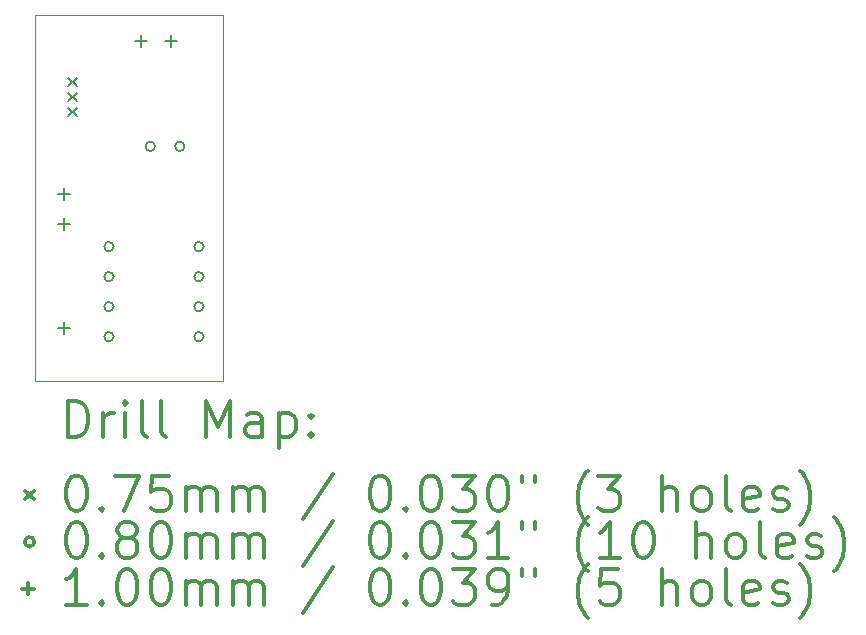
<source format=gbr>
%FSLAX45Y45*%
G04 Gerber Fmt 4.5, Leading zero omitted, Abs format (unit mm)*
G04 Created by KiCad (PCBNEW (5.1.7)-1) date 2021-09-28 11:43:36*
%MOMM*%
%LPD*%
G01*
G04 APERTURE LIST*
%TA.AperFunction,Profile*%
%ADD10C,0.050000*%
%TD*%
%ADD11C,0.200000*%
%ADD12C,0.300000*%
G04 APERTURE END LIST*
D10*
X11000000Y-4200000D02*
X11000000Y-7300000D01*
X12600000Y-4200000D02*
X11000000Y-4200000D01*
X12600000Y-7300000D02*
X12600000Y-4200000D01*
X11000000Y-7300000D02*
X12600000Y-7300000D01*
D11*
X11282500Y-4728500D02*
X11357500Y-4803500D01*
X11357500Y-4728500D02*
X11282500Y-4803500D01*
X11282500Y-4855500D02*
X11357500Y-4930500D01*
X11357500Y-4855500D02*
X11282500Y-4930500D01*
X11282500Y-4982500D02*
X11357500Y-5057500D01*
X11357500Y-4982500D02*
X11282500Y-5057500D01*
X11670000Y-6160000D02*
G75*
G03*
X11670000Y-6160000I-40000J0D01*
G01*
X11670000Y-6414000D02*
G75*
G03*
X11670000Y-6414000I-40000J0D01*
G01*
X11670000Y-6668000D02*
G75*
G03*
X11670000Y-6668000I-40000J0D01*
G01*
X11670000Y-6922000D02*
G75*
G03*
X11670000Y-6922000I-40000J0D01*
G01*
X12432000Y-6160000D02*
G75*
G03*
X12432000Y-6160000I-40000J0D01*
G01*
X12432000Y-6414000D02*
G75*
G03*
X12432000Y-6414000I-40000J0D01*
G01*
X12432000Y-6668000D02*
G75*
G03*
X12432000Y-6668000I-40000J0D01*
G01*
X12432000Y-6922000D02*
G75*
G03*
X12432000Y-6922000I-40000J0D01*
G01*
X12020000Y-5310000D02*
G75*
G03*
X12020000Y-5310000I-40000J0D01*
G01*
X12270000Y-5310000D02*
G75*
G03*
X12270000Y-5310000I-40000J0D01*
G01*
X11250000Y-6800000D02*
X11250000Y-6900000D01*
X11200000Y-6850000D02*
X11300000Y-6850000D01*
X11900000Y-4370000D02*
X11900000Y-4470000D01*
X11850000Y-4420000D02*
X11950000Y-4420000D01*
X12154000Y-4370000D02*
X12154000Y-4470000D01*
X12104000Y-4420000D02*
X12204000Y-4420000D01*
X11250000Y-5666000D02*
X11250000Y-5766000D01*
X11200000Y-5716000D02*
X11300000Y-5716000D01*
X11250000Y-5920000D02*
X11250000Y-6020000D01*
X11200000Y-5970000D02*
X11300000Y-5970000D01*
D12*
X11283928Y-7768214D02*
X11283928Y-7468214D01*
X11355357Y-7468214D01*
X11398214Y-7482500D01*
X11426786Y-7511071D01*
X11441071Y-7539643D01*
X11455357Y-7596786D01*
X11455357Y-7639643D01*
X11441071Y-7696786D01*
X11426786Y-7725357D01*
X11398214Y-7753929D01*
X11355357Y-7768214D01*
X11283928Y-7768214D01*
X11583928Y-7768214D02*
X11583928Y-7568214D01*
X11583928Y-7625357D02*
X11598214Y-7596786D01*
X11612500Y-7582500D01*
X11641071Y-7568214D01*
X11669643Y-7568214D01*
X11769643Y-7768214D02*
X11769643Y-7568214D01*
X11769643Y-7468214D02*
X11755357Y-7482500D01*
X11769643Y-7496786D01*
X11783928Y-7482500D01*
X11769643Y-7468214D01*
X11769643Y-7496786D01*
X11955357Y-7768214D02*
X11926786Y-7753929D01*
X11912500Y-7725357D01*
X11912500Y-7468214D01*
X12112500Y-7768214D02*
X12083928Y-7753929D01*
X12069643Y-7725357D01*
X12069643Y-7468214D01*
X12455357Y-7768214D02*
X12455357Y-7468214D01*
X12555357Y-7682500D01*
X12655357Y-7468214D01*
X12655357Y-7768214D01*
X12926786Y-7768214D02*
X12926786Y-7611071D01*
X12912500Y-7582500D01*
X12883928Y-7568214D01*
X12826786Y-7568214D01*
X12798214Y-7582500D01*
X12926786Y-7753929D02*
X12898214Y-7768214D01*
X12826786Y-7768214D01*
X12798214Y-7753929D01*
X12783928Y-7725357D01*
X12783928Y-7696786D01*
X12798214Y-7668214D01*
X12826786Y-7653929D01*
X12898214Y-7653929D01*
X12926786Y-7639643D01*
X13069643Y-7568214D02*
X13069643Y-7868214D01*
X13069643Y-7582500D02*
X13098214Y-7568214D01*
X13155357Y-7568214D01*
X13183928Y-7582500D01*
X13198214Y-7596786D01*
X13212500Y-7625357D01*
X13212500Y-7711071D01*
X13198214Y-7739643D01*
X13183928Y-7753929D01*
X13155357Y-7768214D01*
X13098214Y-7768214D01*
X13069643Y-7753929D01*
X13341071Y-7739643D02*
X13355357Y-7753929D01*
X13341071Y-7768214D01*
X13326786Y-7753929D01*
X13341071Y-7739643D01*
X13341071Y-7768214D01*
X13341071Y-7582500D02*
X13355357Y-7596786D01*
X13341071Y-7611071D01*
X13326786Y-7596786D01*
X13341071Y-7582500D01*
X13341071Y-7611071D01*
X10922500Y-8225000D02*
X10997500Y-8300000D01*
X10997500Y-8225000D02*
X10922500Y-8300000D01*
X11341071Y-8098214D02*
X11369643Y-8098214D01*
X11398214Y-8112500D01*
X11412500Y-8126786D01*
X11426786Y-8155357D01*
X11441071Y-8212500D01*
X11441071Y-8283929D01*
X11426786Y-8341071D01*
X11412500Y-8369643D01*
X11398214Y-8383929D01*
X11369643Y-8398214D01*
X11341071Y-8398214D01*
X11312500Y-8383929D01*
X11298214Y-8369643D01*
X11283928Y-8341071D01*
X11269643Y-8283929D01*
X11269643Y-8212500D01*
X11283928Y-8155357D01*
X11298214Y-8126786D01*
X11312500Y-8112500D01*
X11341071Y-8098214D01*
X11569643Y-8369643D02*
X11583928Y-8383929D01*
X11569643Y-8398214D01*
X11555357Y-8383929D01*
X11569643Y-8369643D01*
X11569643Y-8398214D01*
X11683928Y-8098214D02*
X11883928Y-8098214D01*
X11755357Y-8398214D01*
X12141071Y-8098214D02*
X11998214Y-8098214D01*
X11983928Y-8241071D01*
X11998214Y-8226786D01*
X12026786Y-8212500D01*
X12098214Y-8212500D01*
X12126786Y-8226786D01*
X12141071Y-8241071D01*
X12155357Y-8269643D01*
X12155357Y-8341071D01*
X12141071Y-8369643D01*
X12126786Y-8383929D01*
X12098214Y-8398214D01*
X12026786Y-8398214D01*
X11998214Y-8383929D01*
X11983928Y-8369643D01*
X12283928Y-8398214D02*
X12283928Y-8198214D01*
X12283928Y-8226786D02*
X12298214Y-8212500D01*
X12326786Y-8198214D01*
X12369643Y-8198214D01*
X12398214Y-8212500D01*
X12412500Y-8241071D01*
X12412500Y-8398214D01*
X12412500Y-8241071D02*
X12426786Y-8212500D01*
X12455357Y-8198214D01*
X12498214Y-8198214D01*
X12526786Y-8212500D01*
X12541071Y-8241071D01*
X12541071Y-8398214D01*
X12683928Y-8398214D02*
X12683928Y-8198214D01*
X12683928Y-8226786D02*
X12698214Y-8212500D01*
X12726786Y-8198214D01*
X12769643Y-8198214D01*
X12798214Y-8212500D01*
X12812500Y-8241071D01*
X12812500Y-8398214D01*
X12812500Y-8241071D02*
X12826786Y-8212500D01*
X12855357Y-8198214D01*
X12898214Y-8198214D01*
X12926786Y-8212500D01*
X12941071Y-8241071D01*
X12941071Y-8398214D01*
X13526786Y-8083929D02*
X13269643Y-8469643D01*
X13912500Y-8098214D02*
X13941071Y-8098214D01*
X13969643Y-8112500D01*
X13983928Y-8126786D01*
X13998214Y-8155357D01*
X14012500Y-8212500D01*
X14012500Y-8283929D01*
X13998214Y-8341071D01*
X13983928Y-8369643D01*
X13969643Y-8383929D01*
X13941071Y-8398214D01*
X13912500Y-8398214D01*
X13883928Y-8383929D01*
X13869643Y-8369643D01*
X13855357Y-8341071D01*
X13841071Y-8283929D01*
X13841071Y-8212500D01*
X13855357Y-8155357D01*
X13869643Y-8126786D01*
X13883928Y-8112500D01*
X13912500Y-8098214D01*
X14141071Y-8369643D02*
X14155357Y-8383929D01*
X14141071Y-8398214D01*
X14126786Y-8383929D01*
X14141071Y-8369643D01*
X14141071Y-8398214D01*
X14341071Y-8098214D02*
X14369643Y-8098214D01*
X14398214Y-8112500D01*
X14412500Y-8126786D01*
X14426786Y-8155357D01*
X14441071Y-8212500D01*
X14441071Y-8283929D01*
X14426786Y-8341071D01*
X14412500Y-8369643D01*
X14398214Y-8383929D01*
X14369643Y-8398214D01*
X14341071Y-8398214D01*
X14312500Y-8383929D01*
X14298214Y-8369643D01*
X14283928Y-8341071D01*
X14269643Y-8283929D01*
X14269643Y-8212500D01*
X14283928Y-8155357D01*
X14298214Y-8126786D01*
X14312500Y-8112500D01*
X14341071Y-8098214D01*
X14541071Y-8098214D02*
X14726786Y-8098214D01*
X14626786Y-8212500D01*
X14669643Y-8212500D01*
X14698214Y-8226786D01*
X14712500Y-8241071D01*
X14726786Y-8269643D01*
X14726786Y-8341071D01*
X14712500Y-8369643D01*
X14698214Y-8383929D01*
X14669643Y-8398214D01*
X14583928Y-8398214D01*
X14555357Y-8383929D01*
X14541071Y-8369643D01*
X14912500Y-8098214D02*
X14941071Y-8098214D01*
X14969643Y-8112500D01*
X14983928Y-8126786D01*
X14998214Y-8155357D01*
X15012500Y-8212500D01*
X15012500Y-8283929D01*
X14998214Y-8341071D01*
X14983928Y-8369643D01*
X14969643Y-8383929D01*
X14941071Y-8398214D01*
X14912500Y-8398214D01*
X14883928Y-8383929D01*
X14869643Y-8369643D01*
X14855357Y-8341071D01*
X14841071Y-8283929D01*
X14841071Y-8212500D01*
X14855357Y-8155357D01*
X14869643Y-8126786D01*
X14883928Y-8112500D01*
X14912500Y-8098214D01*
X15126786Y-8098214D02*
X15126786Y-8155357D01*
X15241071Y-8098214D02*
X15241071Y-8155357D01*
X15683928Y-8512500D02*
X15669643Y-8498214D01*
X15641071Y-8455357D01*
X15626786Y-8426786D01*
X15612500Y-8383929D01*
X15598214Y-8312500D01*
X15598214Y-8255357D01*
X15612500Y-8183929D01*
X15626786Y-8141071D01*
X15641071Y-8112500D01*
X15669643Y-8069643D01*
X15683928Y-8055357D01*
X15769643Y-8098214D02*
X15955357Y-8098214D01*
X15855357Y-8212500D01*
X15898214Y-8212500D01*
X15926786Y-8226786D01*
X15941071Y-8241071D01*
X15955357Y-8269643D01*
X15955357Y-8341071D01*
X15941071Y-8369643D01*
X15926786Y-8383929D01*
X15898214Y-8398214D01*
X15812500Y-8398214D01*
X15783928Y-8383929D01*
X15769643Y-8369643D01*
X16312500Y-8398214D02*
X16312500Y-8098214D01*
X16441071Y-8398214D02*
X16441071Y-8241071D01*
X16426786Y-8212500D01*
X16398214Y-8198214D01*
X16355357Y-8198214D01*
X16326786Y-8212500D01*
X16312500Y-8226786D01*
X16626786Y-8398214D02*
X16598214Y-8383929D01*
X16583928Y-8369643D01*
X16569643Y-8341071D01*
X16569643Y-8255357D01*
X16583928Y-8226786D01*
X16598214Y-8212500D01*
X16626786Y-8198214D01*
X16669643Y-8198214D01*
X16698214Y-8212500D01*
X16712500Y-8226786D01*
X16726786Y-8255357D01*
X16726786Y-8341071D01*
X16712500Y-8369643D01*
X16698214Y-8383929D01*
X16669643Y-8398214D01*
X16626786Y-8398214D01*
X16898214Y-8398214D02*
X16869643Y-8383929D01*
X16855357Y-8355357D01*
X16855357Y-8098214D01*
X17126786Y-8383929D02*
X17098214Y-8398214D01*
X17041071Y-8398214D01*
X17012500Y-8383929D01*
X16998214Y-8355357D01*
X16998214Y-8241071D01*
X17012500Y-8212500D01*
X17041071Y-8198214D01*
X17098214Y-8198214D01*
X17126786Y-8212500D01*
X17141071Y-8241071D01*
X17141071Y-8269643D01*
X16998214Y-8298214D01*
X17255357Y-8383929D02*
X17283928Y-8398214D01*
X17341071Y-8398214D01*
X17369643Y-8383929D01*
X17383928Y-8355357D01*
X17383928Y-8341071D01*
X17369643Y-8312500D01*
X17341071Y-8298214D01*
X17298214Y-8298214D01*
X17269643Y-8283929D01*
X17255357Y-8255357D01*
X17255357Y-8241071D01*
X17269643Y-8212500D01*
X17298214Y-8198214D01*
X17341071Y-8198214D01*
X17369643Y-8212500D01*
X17483928Y-8512500D02*
X17498214Y-8498214D01*
X17526786Y-8455357D01*
X17541071Y-8426786D01*
X17555357Y-8383929D01*
X17569643Y-8312500D01*
X17569643Y-8255357D01*
X17555357Y-8183929D01*
X17541071Y-8141071D01*
X17526786Y-8112500D01*
X17498214Y-8069643D01*
X17483928Y-8055357D01*
X10997500Y-8658500D02*
G75*
G03*
X10997500Y-8658500I-40000J0D01*
G01*
X11341071Y-8494214D02*
X11369643Y-8494214D01*
X11398214Y-8508500D01*
X11412500Y-8522786D01*
X11426786Y-8551357D01*
X11441071Y-8608500D01*
X11441071Y-8679929D01*
X11426786Y-8737072D01*
X11412500Y-8765643D01*
X11398214Y-8779929D01*
X11369643Y-8794214D01*
X11341071Y-8794214D01*
X11312500Y-8779929D01*
X11298214Y-8765643D01*
X11283928Y-8737072D01*
X11269643Y-8679929D01*
X11269643Y-8608500D01*
X11283928Y-8551357D01*
X11298214Y-8522786D01*
X11312500Y-8508500D01*
X11341071Y-8494214D01*
X11569643Y-8765643D02*
X11583928Y-8779929D01*
X11569643Y-8794214D01*
X11555357Y-8779929D01*
X11569643Y-8765643D01*
X11569643Y-8794214D01*
X11755357Y-8622786D02*
X11726786Y-8608500D01*
X11712500Y-8594214D01*
X11698214Y-8565643D01*
X11698214Y-8551357D01*
X11712500Y-8522786D01*
X11726786Y-8508500D01*
X11755357Y-8494214D01*
X11812500Y-8494214D01*
X11841071Y-8508500D01*
X11855357Y-8522786D01*
X11869643Y-8551357D01*
X11869643Y-8565643D01*
X11855357Y-8594214D01*
X11841071Y-8608500D01*
X11812500Y-8622786D01*
X11755357Y-8622786D01*
X11726786Y-8637072D01*
X11712500Y-8651357D01*
X11698214Y-8679929D01*
X11698214Y-8737072D01*
X11712500Y-8765643D01*
X11726786Y-8779929D01*
X11755357Y-8794214D01*
X11812500Y-8794214D01*
X11841071Y-8779929D01*
X11855357Y-8765643D01*
X11869643Y-8737072D01*
X11869643Y-8679929D01*
X11855357Y-8651357D01*
X11841071Y-8637072D01*
X11812500Y-8622786D01*
X12055357Y-8494214D02*
X12083928Y-8494214D01*
X12112500Y-8508500D01*
X12126786Y-8522786D01*
X12141071Y-8551357D01*
X12155357Y-8608500D01*
X12155357Y-8679929D01*
X12141071Y-8737072D01*
X12126786Y-8765643D01*
X12112500Y-8779929D01*
X12083928Y-8794214D01*
X12055357Y-8794214D01*
X12026786Y-8779929D01*
X12012500Y-8765643D01*
X11998214Y-8737072D01*
X11983928Y-8679929D01*
X11983928Y-8608500D01*
X11998214Y-8551357D01*
X12012500Y-8522786D01*
X12026786Y-8508500D01*
X12055357Y-8494214D01*
X12283928Y-8794214D02*
X12283928Y-8594214D01*
X12283928Y-8622786D02*
X12298214Y-8608500D01*
X12326786Y-8594214D01*
X12369643Y-8594214D01*
X12398214Y-8608500D01*
X12412500Y-8637072D01*
X12412500Y-8794214D01*
X12412500Y-8637072D02*
X12426786Y-8608500D01*
X12455357Y-8594214D01*
X12498214Y-8594214D01*
X12526786Y-8608500D01*
X12541071Y-8637072D01*
X12541071Y-8794214D01*
X12683928Y-8794214D02*
X12683928Y-8594214D01*
X12683928Y-8622786D02*
X12698214Y-8608500D01*
X12726786Y-8594214D01*
X12769643Y-8594214D01*
X12798214Y-8608500D01*
X12812500Y-8637072D01*
X12812500Y-8794214D01*
X12812500Y-8637072D02*
X12826786Y-8608500D01*
X12855357Y-8594214D01*
X12898214Y-8594214D01*
X12926786Y-8608500D01*
X12941071Y-8637072D01*
X12941071Y-8794214D01*
X13526786Y-8479929D02*
X13269643Y-8865643D01*
X13912500Y-8494214D02*
X13941071Y-8494214D01*
X13969643Y-8508500D01*
X13983928Y-8522786D01*
X13998214Y-8551357D01*
X14012500Y-8608500D01*
X14012500Y-8679929D01*
X13998214Y-8737072D01*
X13983928Y-8765643D01*
X13969643Y-8779929D01*
X13941071Y-8794214D01*
X13912500Y-8794214D01*
X13883928Y-8779929D01*
X13869643Y-8765643D01*
X13855357Y-8737072D01*
X13841071Y-8679929D01*
X13841071Y-8608500D01*
X13855357Y-8551357D01*
X13869643Y-8522786D01*
X13883928Y-8508500D01*
X13912500Y-8494214D01*
X14141071Y-8765643D02*
X14155357Y-8779929D01*
X14141071Y-8794214D01*
X14126786Y-8779929D01*
X14141071Y-8765643D01*
X14141071Y-8794214D01*
X14341071Y-8494214D02*
X14369643Y-8494214D01*
X14398214Y-8508500D01*
X14412500Y-8522786D01*
X14426786Y-8551357D01*
X14441071Y-8608500D01*
X14441071Y-8679929D01*
X14426786Y-8737072D01*
X14412500Y-8765643D01*
X14398214Y-8779929D01*
X14369643Y-8794214D01*
X14341071Y-8794214D01*
X14312500Y-8779929D01*
X14298214Y-8765643D01*
X14283928Y-8737072D01*
X14269643Y-8679929D01*
X14269643Y-8608500D01*
X14283928Y-8551357D01*
X14298214Y-8522786D01*
X14312500Y-8508500D01*
X14341071Y-8494214D01*
X14541071Y-8494214D02*
X14726786Y-8494214D01*
X14626786Y-8608500D01*
X14669643Y-8608500D01*
X14698214Y-8622786D01*
X14712500Y-8637072D01*
X14726786Y-8665643D01*
X14726786Y-8737072D01*
X14712500Y-8765643D01*
X14698214Y-8779929D01*
X14669643Y-8794214D01*
X14583928Y-8794214D01*
X14555357Y-8779929D01*
X14541071Y-8765643D01*
X15012500Y-8794214D02*
X14841071Y-8794214D01*
X14926786Y-8794214D02*
X14926786Y-8494214D01*
X14898214Y-8537072D01*
X14869643Y-8565643D01*
X14841071Y-8579929D01*
X15126786Y-8494214D02*
X15126786Y-8551357D01*
X15241071Y-8494214D02*
X15241071Y-8551357D01*
X15683928Y-8908500D02*
X15669643Y-8894214D01*
X15641071Y-8851357D01*
X15626786Y-8822786D01*
X15612500Y-8779929D01*
X15598214Y-8708500D01*
X15598214Y-8651357D01*
X15612500Y-8579929D01*
X15626786Y-8537072D01*
X15641071Y-8508500D01*
X15669643Y-8465643D01*
X15683928Y-8451357D01*
X15955357Y-8794214D02*
X15783928Y-8794214D01*
X15869643Y-8794214D02*
X15869643Y-8494214D01*
X15841071Y-8537072D01*
X15812500Y-8565643D01*
X15783928Y-8579929D01*
X16141071Y-8494214D02*
X16169643Y-8494214D01*
X16198214Y-8508500D01*
X16212500Y-8522786D01*
X16226786Y-8551357D01*
X16241071Y-8608500D01*
X16241071Y-8679929D01*
X16226786Y-8737072D01*
X16212500Y-8765643D01*
X16198214Y-8779929D01*
X16169643Y-8794214D01*
X16141071Y-8794214D01*
X16112500Y-8779929D01*
X16098214Y-8765643D01*
X16083928Y-8737072D01*
X16069643Y-8679929D01*
X16069643Y-8608500D01*
X16083928Y-8551357D01*
X16098214Y-8522786D01*
X16112500Y-8508500D01*
X16141071Y-8494214D01*
X16598214Y-8794214D02*
X16598214Y-8494214D01*
X16726786Y-8794214D02*
X16726786Y-8637072D01*
X16712500Y-8608500D01*
X16683928Y-8594214D01*
X16641071Y-8594214D01*
X16612500Y-8608500D01*
X16598214Y-8622786D01*
X16912500Y-8794214D02*
X16883928Y-8779929D01*
X16869643Y-8765643D01*
X16855357Y-8737072D01*
X16855357Y-8651357D01*
X16869643Y-8622786D01*
X16883928Y-8608500D01*
X16912500Y-8594214D01*
X16955357Y-8594214D01*
X16983928Y-8608500D01*
X16998214Y-8622786D01*
X17012500Y-8651357D01*
X17012500Y-8737072D01*
X16998214Y-8765643D01*
X16983928Y-8779929D01*
X16955357Y-8794214D01*
X16912500Y-8794214D01*
X17183928Y-8794214D02*
X17155357Y-8779929D01*
X17141071Y-8751357D01*
X17141071Y-8494214D01*
X17412500Y-8779929D02*
X17383928Y-8794214D01*
X17326786Y-8794214D01*
X17298214Y-8779929D01*
X17283928Y-8751357D01*
X17283928Y-8637072D01*
X17298214Y-8608500D01*
X17326786Y-8594214D01*
X17383928Y-8594214D01*
X17412500Y-8608500D01*
X17426786Y-8637072D01*
X17426786Y-8665643D01*
X17283928Y-8694214D01*
X17541071Y-8779929D02*
X17569643Y-8794214D01*
X17626786Y-8794214D01*
X17655357Y-8779929D01*
X17669643Y-8751357D01*
X17669643Y-8737072D01*
X17655357Y-8708500D01*
X17626786Y-8694214D01*
X17583928Y-8694214D01*
X17555357Y-8679929D01*
X17541071Y-8651357D01*
X17541071Y-8637072D01*
X17555357Y-8608500D01*
X17583928Y-8594214D01*
X17626786Y-8594214D01*
X17655357Y-8608500D01*
X17769643Y-8908500D02*
X17783928Y-8894214D01*
X17812500Y-8851357D01*
X17826786Y-8822786D01*
X17841071Y-8779929D01*
X17855357Y-8708500D01*
X17855357Y-8651357D01*
X17841071Y-8579929D01*
X17826786Y-8537072D01*
X17812500Y-8508500D01*
X17783928Y-8465643D01*
X17769643Y-8451357D01*
X10947500Y-9004500D02*
X10947500Y-9104500D01*
X10897500Y-9054500D02*
X10997500Y-9054500D01*
X11441071Y-9190214D02*
X11269643Y-9190214D01*
X11355357Y-9190214D02*
X11355357Y-8890214D01*
X11326786Y-8933072D01*
X11298214Y-8961643D01*
X11269643Y-8975929D01*
X11569643Y-9161643D02*
X11583928Y-9175929D01*
X11569643Y-9190214D01*
X11555357Y-9175929D01*
X11569643Y-9161643D01*
X11569643Y-9190214D01*
X11769643Y-8890214D02*
X11798214Y-8890214D01*
X11826786Y-8904500D01*
X11841071Y-8918786D01*
X11855357Y-8947357D01*
X11869643Y-9004500D01*
X11869643Y-9075929D01*
X11855357Y-9133072D01*
X11841071Y-9161643D01*
X11826786Y-9175929D01*
X11798214Y-9190214D01*
X11769643Y-9190214D01*
X11741071Y-9175929D01*
X11726786Y-9161643D01*
X11712500Y-9133072D01*
X11698214Y-9075929D01*
X11698214Y-9004500D01*
X11712500Y-8947357D01*
X11726786Y-8918786D01*
X11741071Y-8904500D01*
X11769643Y-8890214D01*
X12055357Y-8890214D02*
X12083928Y-8890214D01*
X12112500Y-8904500D01*
X12126786Y-8918786D01*
X12141071Y-8947357D01*
X12155357Y-9004500D01*
X12155357Y-9075929D01*
X12141071Y-9133072D01*
X12126786Y-9161643D01*
X12112500Y-9175929D01*
X12083928Y-9190214D01*
X12055357Y-9190214D01*
X12026786Y-9175929D01*
X12012500Y-9161643D01*
X11998214Y-9133072D01*
X11983928Y-9075929D01*
X11983928Y-9004500D01*
X11998214Y-8947357D01*
X12012500Y-8918786D01*
X12026786Y-8904500D01*
X12055357Y-8890214D01*
X12283928Y-9190214D02*
X12283928Y-8990214D01*
X12283928Y-9018786D02*
X12298214Y-9004500D01*
X12326786Y-8990214D01*
X12369643Y-8990214D01*
X12398214Y-9004500D01*
X12412500Y-9033072D01*
X12412500Y-9190214D01*
X12412500Y-9033072D02*
X12426786Y-9004500D01*
X12455357Y-8990214D01*
X12498214Y-8990214D01*
X12526786Y-9004500D01*
X12541071Y-9033072D01*
X12541071Y-9190214D01*
X12683928Y-9190214D02*
X12683928Y-8990214D01*
X12683928Y-9018786D02*
X12698214Y-9004500D01*
X12726786Y-8990214D01*
X12769643Y-8990214D01*
X12798214Y-9004500D01*
X12812500Y-9033072D01*
X12812500Y-9190214D01*
X12812500Y-9033072D02*
X12826786Y-9004500D01*
X12855357Y-8990214D01*
X12898214Y-8990214D01*
X12926786Y-9004500D01*
X12941071Y-9033072D01*
X12941071Y-9190214D01*
X13526786Y-8875929D02*
X13269643Y-9261643D01*
X13912500Y-8890214D02*
X13941071Y-8890214D01*
X13969643Y-8904500D01*
X13983928Y-8918786D01*
X13998214Y-8947357D01*
X14012500Y-9004500D01*
X14012500Y-9075929D01*
X13998214Y-9133072D01*
X13983928Y-9161643D01*
X13969643Y-9175929D01*
X13941071Y-9190214D01*
X13912500Y-9190214D01*
X13883928Y-9175929D01*
X13869643Y-9161643D01*
X13855357Y-9133072D01*
X13841071Y-9075929D01*
X13841071Y-9004500D01*
X13855357Y-8947357D01*
X13869643Y-8918786D01*
X13883928Y-8904500D01*
X13912500Y-8890214D01*
X14141071Y-9161643D02*
X14155357Y-9175929D01*
X14141071Y-9190214D01*
X14126786Y-9175929D01*
X14141071Y-9161643D01*
X14141071Y-9190214D01*
X14341071Y-8890214D02*
X14369643Y-8890214D01*
X14398214Y-8904500D01*
X14412500Y-8918786D01*
X14426786Y-8947357D01*
X14441071Y-9004500D01*
X14441071Y-9075929D01*
X14426786Y-9133072D01*
X14412500Y-9161643D01*
X14398214Y-9175929D01*
X14369643Y-9190214D01*
X14341071Y-9190214D01*
X14312500Y-9175929D01*
X14298214Y-9161643D01*
X14283928Y-9133072D01*
X14269643Y-9075929D01*
X14269643Y-9004500D01*
X14283928Y-8947357D01*
X14298214Y-8918786D01*
X14312500Y-8904500D01*
X14341071Y-8890214D01*
X14541071Y-8890214D02*
X14726786Y-8890214D01*
X14626786Y-9004500D01*
X14669643Y-9004500D01*
X14698214Y-9018786D01*
X14712500Y-9033072D01*
X14726786Y-9061643D01*
X14726786Y-9133072D01*
X14712500Y-9161643D01*
X14698214Y-9175929D01*
X14669643Y-9190214D01*
X14583928Y-9190214D01*
X14555357Y-9175929D01*
X14541071Y-9161643D01*
X14869643Y-9190214D02*
X14926786Y-9190214D01*
X14955357Y-9175929D01*
X14969643Y-9161643D01*
X14998214Y-9118786D01*
X15012500Y-9061643D01*
X15012500Y-8947357D01*
X14998214Y-8918786D01*
X14983928Y-8904500D01*
X14955357Y-8890214D01*
X14898214Y-8890214D01*
X14869643Y-8904500D01*
X14855357Y-8918786D01*
X14841071Y-8947357D01*
X14841071Y-9018786D01*
X14855357Y-9047357D01*
X14869643Y-9061643D01*
X14898214Y-9075929D01*
X14955357Y-9075929D01*
X14983928Y-9061643D01*
X14998214Y-9047357D01*
X15012500Y-9018786D01*
X15126786Y-8890214D02*
X15126786Y-8947357D01*
X15241071Y-8890214D02*
X15241071Y-8947357D01*
X15683928Y-9304500D02*
X15669643Y-9290214D01*
X15641071Y-9247357D01*
X15626786Y-9218786D01*
X15612500Y-9175929D01*
X15598214Y-9104500D01*
X15598214Y-9047357D01*
X15612500Y-8975929D01*
X15626786Y-8933072D01*
X15641071Y-8904500D01*
X15669643Y-8861643D01*
X15683928Y-8847357D01*
X15941071Y-8890214D02*
X15798214Y-8890214D01*
X15783928Y-9033072D01*
X15798214Y-9018786D01*
X15826786Y-9004500D01*
X15898214Y-9004500D01*
X15926786Y-9018786D01*
X15941071Y-9033072D01*
X15955357Y-9061643D01*
X15955357Y-9133072D01*
X15941071Y-9161643D01*
X15926786Y-9175929D01*
X15898214Y-9190214D01*
X15826786Y-9190214D01*
X15798214Y-9175929D01*
X15783928Y-9161643D01*
X16312500Y-9190214D02*
X16312500Y-8890214D01*
X16441071Y-9190214D02*
X16441071Y-9033072D01*
X16426786Y-9004500D01*
X16398214Y-8990214D01*
X16355357Y-8990214D01*
X16326786Y-9004500D01*
X16312500Y-9018786D01*
X16626786Y-9190214D02*
X16598214Y-9175929D01*
X16583928Y-9161643D01*
X16569643Y-9133072D01*
X16569643Y-9047357D01*
X16583928Y-9018786D01*
X16598214Y-9004500D01*
X16626786Y-8990214D01*
X16669643Y-8990214D01*
X16698214Y-9004500D01*
X16712500Y-9018786D01*
X16726786Y-9047357D01*
X16726786Y-9133072D01*
X16712500Y-9161643D01*
X16698214Y-9175929D01*
X16669643Y-9190214D01*
X16626786Y-9190214D01*
X16898214Y-9190214D02*
X16869643Y-9175929D01*
X16855357Y-9147357D01*
X16855357Y-8890214D01*
X17126786Y-9175929D02*
X17098214Y-9190214D01*
X17041071Y-9190214D01*
X17012500Y-9175929D01*
X16998214Y-9147357D01*
X16998214Y-9033072D01*
X17012500Y-9004500D01*
X17041071Y-8990214D01*
X17098214Y-8990214D01*
X17126786Y-9004500D01*
X17141071Y-9033072D01*
X17141071Y-9061643D01*
X16998214Y-9090214D01*
X17255357Y-9175929D02*
X17283928Y-9190214D01*
X17341071Y-9190214D01*
X17369643Y-9175929D01*
X17383928Y-9147357D01*
X17383928Y-9133072D01*
X17369643Y-9104500D01*
X17341071Y-9090214D01*
X17298214Y-9090214D01*
X17269643Y-9075929D01*
X17255357Y-9047357D01*
X17255357Y-9033072D01*
X17269643Y-9004500D01*
X17298214Y-8990214D01*
X17341071Y-8990214D01*
X17369643Y-9004500D01*
X17483928Y-9304500D02*
X17498214Y-9290214D01*
X17526786Y-9247357D01*
X17541071Y-9218786D01*
X17555357Y-9175929D01*
X17569643Y-9104500D01*
X17569643Y-9047357D01*
X17555357Y-8975929D01*
X17541071Y-8933072D01*
X17526786Y-8904500D01*
X17498214Y-8861643D01*
X17483928Y-8847357D01*
M02*

</source>
